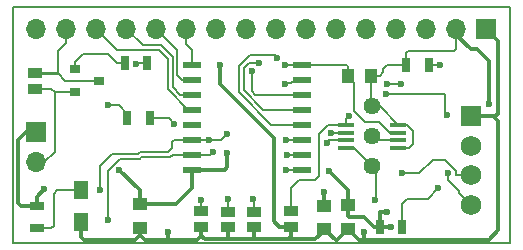
<source format=gbr>
%TF.GenerationSoftware,KiCad,Pcbnew,4.0.7*%
%TF.CreationDate,2018-11-26T14:01:30+00:00*%
%TF.ProjectId,LCD_Controller,4C43445F436F6E74726F6C6C65722E6B,rev?*%
%TF.FileFunction,Copper,L1,Top,Signal*%
%FSLAX46Y46*%
G04 Gerber Fmt 4.6, Leading zero omitted, Abs format (unit mm)*
G04 Created by KiCad (PCBNEW 4.0.7) date 11/26/18 14:01:30*
%MOMM*%
%LPD*%
G01*
G04 APERTURE LIST*
%ADD10C,0.150000*%
%ADD11R,1.250000X1.000000*%
%ADD12R,1.000000X1.250000*%
%ADD13R,1.300000X1.500000*%
%ADD14R,1.500000X0.600000*%
%ADD15R,1.270000X0.970000*%
%ADD16R,1.700000X1.700000*%
%ADD17O,1.700000X1.700000*%
%ADD18R,0.700000X1.300000*%
%ADD19R,1.300000X0.700000*%
%ADD20C,1.440000*%
%ADD21R,0.900000X0.800000*%
%ADD22R,1.450000X0.450000*%
%ADD23R,1.750000X1.750000*%
%ADD24C,1.750000*%
%ADD25C,0.600000*%
%ADD26C,0.360000*%
%ADD27C,0.180000*%
G04 APERTURE END LIST*
D10*
X181787800Y-69189600D02*
X181787800Y-49174400D01*
X139776200Y-69189600D02*
X181787800Y-69189600D01*
X139776200Y-49174400D02*
X139776200Y-69189600D01*
X181813200Y-49174400D02*
X139776200Y-49174400D01*
D11*
X168084500Y-67979800D03*
X168084500Y-65979800D03*
X166065200Y-68017900D03*
X166065200Y-66017900D03*
X150520400Y-67890900D03*
X150520400Y-65890900D03*
D12*
X168087800Y-55029100D03*
X170087800Y-55029100D03*
D13*
X145516600Y-67402700D03*
X145516600Y-64702700D03*
D14*
X164238200Y-62953900D03*
X164238200Y-61683900D03*
X164238200Y-60413900D03*
X164238200Y-59143900D03*
X164238200Y-57873900D03*
X164238200Y-56603900D03*
X164238200Y-55333900D03*
X164238200Y-54063900D03*
X154938200Y-54063900D03*
X154938200Y-55333900D03*
X154938200Y-56603900D03*
X154938200Y-57873900D03*
X154938200Y-59143900D03*
X154938200Y-60413900D03*
X154938200Y-61683900D03*
X154938200Y-62953900D03*
D15*
X155663900Y-66504900D03*
X155663900Y-67784900D03*
X157911800Y-66517600D03*
X157911800Y-67797600D03*
X160159700Y-66517600D03*
X160159700Y-67797600D03*
D16*
X179832000Y-51054000D03*
D17*
X177292000Y-51054000D03*
X174752000Y-51054000D03*
X172212000Y-51054000D03*
X169672000Y-51054000D03*
X167132000Y-51054000D03*
X164592000Y-51054000D03*
X162052000Y-51054000D03*
X159512000Y-51054000D03*
X156972000Y-51054000D03*
X154432000Y-51054000D03*
X151892000Y-51054000D03*
X149352000Y-51054000D03*
X146812000Y-51054000D03*
X144272000Y-51054000D03*
X141732000Y-51054000D03*
D15*
X163271200Y-66504900D03*
X163271200Y-67784900D03*
D16*
X141681200Y-59804300D03*
D17*
X141681200Y-62344300D03*
D18*
X149418000Y-58623200D03*
X151318000Y-58623200D03*
X149202100Y-53962300D03*
X151102100Y-53962300D03*
D19*
X141770100Y-66029800D03*
X141770100Y-67929800D03*
D18*
X173052700Y-54127400D03*
X174952700Y-54127400D03*
X170779400Y-67818000D03*
X172679400Y-67818000D03*
D20*
X170180000Y-62687200D03*
X170180000Y-60147200D03*
X170180000Y-57607200D03*
D21*
X145011900Y-54485500D03*
X145011900Y-56385500D03*
X147011900Y-55435500D03*
D22*
X167980000Y-59184900D03*
X167980000Y-59834900D03*
X167980000Y-60484900D03*
X167980000Y-61134900D03*
X172380000Y-61134900D03*
X172380000Y-60484900D03*
X172380000Y-59834900D03*
X172380000Y-59184900D03*
D15*
X141579600Y-54820900D03*
X141579600Y-56100900D03*
D23*
X178536600Y-58445400D03*
D24*
X178536600Y-60945400D03*
X178536600Y-63445400D03*
X178536600Y-65945400D03*
D25*
X157238700Y-54102000D03*
X162737800Y-54076600D03*
X170357800Y-65557400D03*
X152857200Y-68211700D03*
X169430700Y-68249800D03*
X166497000Y-63093600D03*
X142392400Y-64617600D03*
X148755100Y-62953900D03*
X171754800Y-67818000D03*
X157899100Y-61595000D03*
X171424600Y-66535300D03*
X180073300Y-57391300D03*
X166065200Y-64858900D03*
X147764500Y-57480200D03*
X162877500Y-62953900D03*
X160096200Y-65481200D03*
X162902900Y-61683900D03*
X157911800Y-65481200D03*
X162890200Y-60439300D03*
X155689300Y-65506600D03*
X162077400Y-53479700D03*
X160566100Y-53962300D03*
X159943800Y-54622700D03*
X162775900Y-55702200D03*
X153416000Y-59067700D03*
X157835600Y-59956700D03*
X166636700Y-59867800D03*
X156375100Y-60413900D03*
X171399200Y-55702200D03*
X172618400Y-55689500D03*
X147142200Y-64693800D03*
X175920400Y-54076600D03*
X175755300Y-64541400D03*
X166331900Y-60693300D03*
X156692600Y-61429900D03*
X171361100Y-56527700D03*
X176504600Y-58305700D03*
X147764500Y-67233800D03*
X172656500Y-63233300D03*
X176580800Y-63258700D03*
X168198800Y-58420000D03*
X150190200Y-54025800D03*
D26*
X163271200Y-67784900D02*
X162285600Y-67784900D01*
X157238700Y-55702200D02*
X157238700Y-54102000D01*
X161810700Y-60274200D02*
X157238700Y-55702200D01*
X161810700Y-67310000D02*
X161810700Y-60274200D01*
X162285600Y-67784900D02*
X161810700Y-67310000D01*
D27*
X162750500Y-54063900D02*
X164238200Y-54063900D01*
X162737800Y-54076600D02*
X162750500Y-54063900D01*
X164238200Y-54063900D02*
X167951400Y-54063900D01*
X167951400Y-54063900D02*
X168087800Y-54200300D01*
X168087800Y-54200300D02*
X168087800Y-55029100D01*
X172380000Y-59834900D02*
X171633000Y-59834900D01*
X171633000Y-59834900D02*
X170700700Y-58902600D01*
X170700700Y-58902600D02*
X169583100Y-58902600D01*
X169583100Y-58902600D02*
X168656000Y-57975500D01*
X168656000Y-57975500D02*
X168656000Y-55597300D01*
X168656000Y-55597300D02*
X168087800Y-55029100D01*
D26*
X163271200Y-67784900D02*
X163271200Y-68656200D01*
X163271200Y-68656200D02*
X163055300Y-68872100D01*
D27*
X170472100Y-65443100D02*
X170472100Y-62979300D01*
X170357800Y-65557400D02*
X170472100Y-65443100D01*
X170472100Y-62979300D02*
X170180000Y-62687200D01*
X167980000Y-61134900D02*
X168627700Y-61134900D01*
X168627700Y-61134900D02*
X170180000Y-62687200D01*
D26*
X152869900Y-68224400D02*
X152869900Y-68897500D01*
X152857200Y-68211700D02*
X152869900Y-68224400D01*
X169456100Y-68275200D02*
X169456100Y-68897500D01*
X169430700Y-68249800D02*
X169456100Y-68275200D01*
X150520400Y-67890900D02*
X150520400Y-68491100D01*
X145516600Y-68630800D02*
X145516600Y-67402700D01*
X145796000Y-68910200D02*
X145516600Y-68630800D01*
X150101300Y-68910200D02*
X145796000Y-68910200D01*
X150520400Y-68491100D02*
X150101300Y-68910200D01*
X155663900Y-67784900D02*
X155663900Y-68554600D01*
X150520400Y-68516500D02*
X150520400Y-67890900D01*
X150901400Y-68897500D02*
X150520400Y-68516500D01*
X155321000Y-68897500D02*
X152869900Y-68897500D01*
X152869900Y-68897500D02*
X150901400Y-68897500D01*
X155663900Y-68554600D02*
X155321000Y-68897500D01*
X160159700Y-67797600D02*
X160159700Y-68872100D01*
X157911800Y-67797600D02*
X157911800Y-68834000D01*
X157911800Y-68834000D02*
X157949900Y-68872100D01*
X178536600Y-58445400D02*
X180416200Y-58445400D01*
X169002200Y-68897500D02*
X168084500Y-67979800D01*
X180009800Y-68897500D02*
X169456100Y-68897500D01*
X169456100Y-68897500D02*
X169002200Y-68897500D01*
X180835300Y-68072000D02*
X180009800Y-68897500D01*
X180835300Y-58864500D02*
X180835300Y-68072000D01*
X180416200Y-58445400D02*
X180835300Y-58864500D01*
X168084500Y-67979800D02*
X168084500Y-68021200D01*
X168084500Y-68021200D02*
X167170100Y-68884800D01*
X167170100Y-68884800D02*
X167084500Y-68884800D01*
X167084500Y-68884800D02*
X166065200Y-68017900D01*
X166065200Y-68017900D02*
X166065200Y-68160900D01*
X166065200Y-68160900D02*
X165354000Y-68872100D01*
X165354000Y-68872100D02*
X163055300Y-68872100D01*
X163055300Y-68872100D02*
X162852100Y-68872100D01*
X162852100Y-68872100D02*
X160159700Y-68872100D01*
X160159700Y-68872100D02*
X157949900Y-68872100D01*
X157949900Y-68872100D02*
X155994100Y-68872100D01*
X155994100Y-68872100D02*
X155663900Y-68541900D01*
X155663900Y-68541900D02*
X155663900Y-67784900D01*
X180822600Y-52044600D02*
X179832000Y-51054000D01*
X178536600Y-58445400D02*
X180594000Y-58445400D01*
X180822600Y-52044600D02*
X180822600Y-57391300D01*
X180822600Y-58216800D02*
X180822600Y-52044600D01*
X180594000Y-58445400D02*
X180822600Y-58216800D01*
X168084500Y-65979800D02*
X168084500Y-64681100D01*
X168084500Y-64681100D02*
X166497000Y-63093600D01*
X141770100Y-65239900D02*
X141770100Y-66029800D01*
X142392400Y-64617600D02*
X141770100Y-65239900D01*
X150520400Y-65890900D02*
X150520400Y-64719200D01*
X150520400Y-64719200D02*
X148755100Y-62953900D01*
X168084500Y-65979800D02*
X168084500Y-66865500D01*
X170268900Y-67818000D02*
X170779400Y-67818000D01*
X169430700Y-66979800D02*
X170268900Y-67818000D01*
X168198800Y-66979800D02*
X169430700Y-66979800D01*
X168084500Y-66865500D02*
X168198800Y-66979800D01*
X170779400Y-67818000D02*
X171754800Y-67818000D01*
D27*
X170180000Y-57607200D02*
X170802300Y-57607200D01*
X170802300Y-57607200D02*
X172380000Y-59184900D01*
X172380000Y-59184900D02*
X173091200Y-59184900D01*
X173091200Y-59184900D02*
X173634400Y-59728100D01*
X173634400Y-59728100D02*
X173634400Y-60794900D01*
X173634400Y-60794900D02*
X173294400Y-61134900D01*
X173294400Y-61134900D02*
X172380000Y-61134900D01*
D26*
X154938200Y-62953900D02*
X157657800Y-62953900D01*
X157899100Y-62712600D02*
X157899100Y-61595000D01*
X157657800Y-62953900D02*
X157899100Y-62712600D01*
X150520400Y-65890900D02*
X153577800Y-65890900D01*
X154938200Y-64530500D02*
X154938200Y-62953900D01*
X153577800Y-65890900D02*
X154938200Y-64530500D01*
X141681200Y-59804300D02*
X140843000Y-59804300D01*
X140843000Y-59804300D02*
X140208000Y-60439300D01*
X140464500Y-66029800D02*
X141770100Y-66029800D01*
X140208000Y-65773300D02*
X140464500Y-66029800D01*
X140208000Y-60439300D02*
X140208000Y-65773300D01*
D27*
X170087800Y-55029100D02*
X170087800Y-57515000D01*
X170087800Y-57515000D02*
X170180000Y-57607200D01*
X173052700Y-54127400D02*
X171399200Y-54127400D01*
X170776900Y-55029100D02*
X170087800Y-55029100D01*
X171081700Y-54724300D02*
X170776900Y-55029100D01*
X171081700Y-54444900D02*
X171081700Y-54724300D01*
X171399200Y-54127400D02*
X171081700Y-54444900D01*
X177292000Y-51054000D02*
X177292000Y-52730400D01*
X173052700Y-53083500D02*
X173052700Y-54127400D01*
X173215300Y-52920900D02*
X173052700Y-53083500D01*
X177101500Y-52920900D02*
X173215300Y-52920900D01*
X177292000Y-52730400D02*
X177101500Y-52920900D01*
D26*
X171411900Y-66548000D02*
X170779400Y-66548000D01*
X171424600Y-66535300D02*
X171411900Y-66548000D01*
X170779400Y-66548000D02*
X170779400Y-67818000D01*
X177292000Y-51054000D02*
X177292000Y-51536600D01*
X177292000Y-51536600D02*
X178511200Y-52755800D01*
X180073300Y-53759100D02*
X180073300Y-57391300D01*
X179070000Y-52755800D02*
X180073300Y-53759100D01*
X178511200Y-52755800D02*
X179070000Y-52755800D01*
X166065200Y-64858900D02*
X166065200Y-66017900D01*
D27*
X149418000Y-58623200D02*
X149418000Y-58219300D01*
X149418000Y-58219300D02*
X148678900Y-57480200D01*
X148678900Y-57480200D02*
X147764500Y-57480200D01*
X141770100Y-67929800D02*
X142966400Y-67929800D01*
X143475700Y-64702700D02*
X145516600Y-64702700D01*
X143192500Y-64985900D02*
X143475700Y-64702700D01*
X143192500Y-67703700D02*
X143192500Y-64985900D01*
X142966400Y-67929800D02*
X143192500Y-67703700D01*
X162877500Y-62953900D02*
X164238200Y-62953900D01*
X160159700Y-65544700D02*
X160159700Y-66517600D01*
X160096200Y-65481200D02*
X160159700Y-65544700D01*
X162902900Y-61683900D02*
X164238200Y-61683900D01*
X157911800Y-65481200D02*
X157911800Y-66517600D01*
X157911800Y-66433700D02*
X157911800Y-66517600D01*
X162915600Y-60413900D02*
X164238200Y-60413900D01*
X162890200Y-60439300D02*
X162915600Y-60413900D01*
X155663900Y-65532000D02*
X155663900Y-66504900D01*
X155689300Y-65506600D02*
X155663900Y-65532000D01*
X155671600Y-66504900D02*
X155663900Y-66504900D01*
X164238200Y-59143900D02*
X161607500Y-59143900D01*
X161886900Y-53289200D02*
X162077400Y-53479700D01*
X159804100Y-53289200D02*
X161886900Y-53289200D01*
X158877000Y-54216300D02*
X159804100Y-53289200D01*
X158877000Y-56413400D02*
X158877000Y-54216300D01*
X161607500Y-59143900D02*
X158877000Y-56413400D01*
X164238200Y-57873900D02*
X160896300Y-57873900D01*
X159689800Y-53962300D02*
X160566100Y-53962300D01*
X159270700Y-54381400D02*
X159689800Y-53962300D01*
X159270700Y-56248300D02*
X159270700Y-54381400D01*
X160896300Y-57873900D02*
X159270700Y-56248300D01*
X164238200Y-56603900D02*
X160248600Y-56603900D01*
X159943800Y-56299100D02*
X159943800Y-54622700D01*
X160248600Y-56603900D02*
X159943800Y-56299100D01*
X151318000Y-58623200D02*
X152971500Y-58623200D01*
X162775900Y-55702200D02*
X164238200Y-55333900D01*
X152971500Y-58623200D02*
X153416000Y-59067700D01*
X154938200Y-54063900D02*
X154938200Y-52804800D01*
X154432000Y-52298600D02*
X154432000Y-51054000D01*
X154938200Y-52804800D02*
X154432000Y-52298600D01*
X154938200Y-55333900D02*
X154089100Y-55333900D01*
X153670000Y-52832000D02*
X151892000Y-51054000D01*
X153670000Y-54914800D02*
X153670000Y-52832000D01*
X154089100Y-55333900D02*
X153670000Y-54914800D01*
X154938200Y-56603900D02*
X153873200Y-56603900D01*
X150736300Y-52438300D02*
X149352000Y-51054000D01*
X152298400Y-52438300D02*
X150736300Y-52438300D01*
X153250900Y-53390800D02*
X152298400Y-52438300D01*
X153250900Y-55981600D02*
X153250900Y-53390800D01*
X153873200Y-56603900D02*
X153250900Y-55981600D01*
X154938200Y-57873900D02*
X154571700Y-57873900D01*
X154571700Y-57873900D02*
X152857200Y-56159400D01*
X152857200Y-56159400D02*
X152857200Y-53567602D01*
X152857200Y-53567602D02*
X152121598Y-52832000D01*
X152121598Y-52832000D02*
X148590000Y-52832000D01*
X148590000Y-52832000D02*
X146812000Y-51054000D01*
X167980000Y-59834900D02*
X166669600Y-59834900D01*
X157378400Y-60413900D02*
X156375100Y-60413900D01*
X157835600Y-59956700D02*
X157378400Y-60413900D01*
X166669600Y-59834900D02*
X166636700Y-59867800D01*
X156375100Y-60413900D02*
X154938200Y-60413900D01*
X172605700Y-55702200D02*
X171399200Y-55702200D01*
X172618400Y-55689500D02*
X172605700Y-55702200D01*
X154938200Y-60413900D02*
X153403300Y-60413900D01*
X153403300Y-60413900D02*
X153212800Y-60604400D01*
X153212800Y-60604400D02*
X153212800Y-61163200D01*
X153212800Y-61163200D02*
X152869900Y-61506100D01*
X152869900Y-61506100D02*
X150456900Y-61506100D01*
X150456900Y-61506100D02*
X150291800Y-61671200D01*
X150291800Y-61671200D02*
X148158200Y-61671200D01*
X148158200Y-61671200D02*
X147142200Y-62687200D01*
X147142200Y-62687200D02*
X147142200Y-64693800D01*
X174952700Y-54127400D02*
X175869600Y-54127400D01*
X175869600Y-54127400D02*
X175920400Y-54076600D01*
X172679400Y-65852000D02*
X172679400Y-67818000D01*
X173075600Y-65455800D02*
X172679400Y-65852000D01*
X174840900Y-65455800D02*
X173075600Y-65455800D01*
X175755300Y-64541400D02*
X174840900Y-65455800D01*
X167980000Y-60484900D02*
X166540300Y-60484900D01*
X166540300Y-60484900D02*
X166331900Y-60693300D01*
X156438600Y-61683900D02*
X154938200Y-61683900D01*
X156692600Y-61429900D02*
X156438600Y-61683900D01*
X176237900Y-56527700D02*
X171361100Y-56527700D01*
X176301400Y-56591200D02*
X176237900Y-56527700D01*
X176301400Y-58102500D02*
X176301400Y-56591200D01*
X176504600Y-58305700D02*
X176301400Y-58102500D01*
X154938200Y-61683900D02*
X153276300Y-61683900D01*
X153276300Y-61683900D02*
X153047700Y-61912500D01*
X153047700Y-61912500D02*
X150622000Y-61912500D01*
X150622000Y-61912500D02*
X150456900Y-62077600D01*
X150456900Y-62077600D02*
X148767800Y-62077600D01*
X148767800Y-62077600D02*
X147764500Y-63080900D01*
X147764500Y-63080900D02*
X147764500Y-67233800D01*
X172656500Y-63233300D02*
X172707300Y-63284100D01*
X172707300Y-63284100D02*
X174129700Y-63284100D01*
X174129700Y-63284100D02*
X175272700Y-62141100D01*
X175272700Y-62141100D02*
X176314100Y-62141100D01*
X176314100Y-62141100D02*
X177241200Y-63068200D01*
X177241200Y-63068200D02*
X177241200Y-63398400D01*
X177241200Y-63398400D02*
X177288200Y-63445400D01*
X177288200Y-63445400D02*
X178536600Y-63445400D01*
X177520600Y-64929400D02*
X178536600Y-65945400D01*
X177520600Y-64757300D02*
X177520600Y-64929400D01*
X176593500Y-63830200D02*
X177520600Y-64757300D01*
X176593500Y-63271400D02*
X176593500Y-63830200D01*
X176580800Y-63258700D02*
X176593500Y-63271400D01*
X172380000Y-60484900D02*
X170517700Y-60484900D01*
X170517700Y-60484900D02*
X170180000Y-60147200D01*
X147011900Y-55435500D02*
X144183100Y-55435500D01*
X143568500Y-54820900D02*
X141579600Y-54820900D01*
X144183100Y-55435500D02*
X143568500Y-54820900D01*
X141579600Y-54820900D02*
X141584600Y-54825900D01*
X141584600Y-54825900D02*
X143560800Y-54825900D01*
X143560800Y-54825900D02*
X143573500Y-54813200D01*
X143573500Y-54813200D02*
X143573500Y-52908200D01*
X143573500Y-52908200D02*
X144272000Y-52209700D01*
X144272000Y-52209700D02*
X144272000Y-51054000D01*
X163271200Y-66504900D02*
X163271200Y-64503300D01*
X166405200Y-59184900D02*
X167980000Y-59184900D01*
X165646100Y-59944000D02*
X166405200Y-59184900D01*
X165646100Y-63525400D02*
X165646100Y-59944000D01*
X165328600Y-63842900D02*
X165646100Y-63525400D01*
X163931600Y-63842900D02*
X165328600Y-63842900D01*
X163271200Y-64503300D02*
X163931600Y-63842900D01*
X167980000Y-58638800D02*
X167980000Y-59184900D01*
X168198800Y-58420000D02*
X167980000Y-58638800D01*
X145011900Y-54485500D02*
X145011900Y-53857400D01*
X148551900Y-53962300D02*
X149202100Y-53962300D01*
X147802600Y-53213000D02*
X148551900Y-53962300D01*
X145656300Y-53213000D02*
X147802600Y-53213000D01*
X145011900Y-53857400D02*
X145656300Y-53213000D01*
X150253700Y-53962300D02*
X151102100Y-53962300D01*
X150190200Y-54025800D02*
X150253700Y-53962300D01*
X143281400Y-56426100D02*
X143281400Y-56400700D01*
X142981600Y-56100900D02*
X141579600Y-56100900D01*
X143281400Y-56400700D02*
X142981600Y-56100900D01*
X141681200Y-62344300D02*
X142379700Y-62344300D01*
X142379700Y-62344300D02*
X143281400Y-61442600D01*
X143281400Y-61442600D02*
X143281400Y-56426100D01*
X143281400Y-56426100D02*
X143281400Y-56388000D01*
X143281400Y-56388000D02*
X143283900Y-56385500D01*
X143283900Y-56385500D02*
X145011900Y-56385500D01*
M02*

</source>
